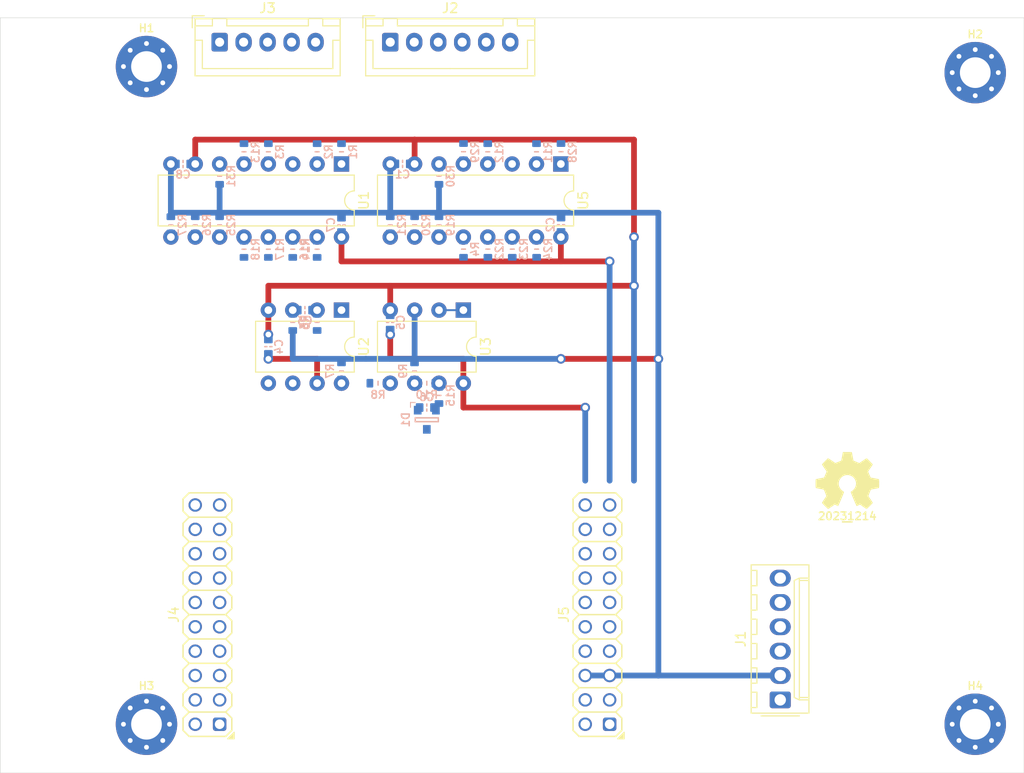
<source format=kicad_pcb>
(kicad_pcb (version 20240108) (generator "pcbnew") (generator_version "8.0")
  (layers (0 "F.Cu" mixed) (31 "B.Cu" mixed) (34 "B.Paste" user) (35 "F.Paste" user) (36 "B.SilkS" user "B.Silkscreen") (37 "F.SilkS" user "F.Silkscreen") (38 "B.Mask" user) (39 "F.Mask" user) (44 "Edge.Cuts" user))
  (net 0 "")
  (net 1 "/-5V")
  (net 2 "GND")
  (net 3 "/+3.3V")
  (net 4 "/SEN+")
  (net 5 "/SEN-")
  (net 6 "/+8V")
  (net 7 "/TC_out")
  (net 9 "/+5V")
  (net 10 "/1_LOAD")
  (net 11 "/1_HDL3")
  (net 12 "/1_COM")
  (net 13 "/1_HDL4")
  (net 14 "/1_HDL6")
  (net 15 "/1_TC")
  (net 16 "Net-(U2-OUT)")
  (net 17 "Net-(U2-OFS3)")
  (net 18 "Net-(U3--IN1)")
  (net 19 "Net-(U3--IN2)")
  (net 22 "/2_C3A")
  (net 23 "/2_Sense")
  (net 24 "/2_C1")
  (net 25 "/2_C2")
  (net 26 "/2_C3B")
  (net 27 "Net-(U1-A4)")
  (net 29 "Net-(U1-A6)")
  (net 30 "Net-(U1-A7)")
  (net 32 "Net-(U5-A6)")
  (net 33 "Net-(U5-A3)")
  (net 34 "Net-(U5-A0)")
  (net 35 "Net-(U5-A1)")
  (net 36 "Net-(U5-A2)")
  (net 39 "Net-(U5-A7)")
  (net 40 "Net-(U5-A4)")
  (net 41 "Net-(U5-A5)")
  (net 42 "/MUX0_2")
  (net 43 "/MUX0_1")
  (net 44 "/MUX0_0")
  (net 45 "Net-(U1-A5)")
  (net 46 "/MUX1_1")
  (net 47 "Net-(U1-A2)")
  (net 48 "/MUX1_2")
  (net 49 "/MUX1_0")
  (net 50 "Net-(U1-A1)")
  (net 51 "Net-(U1-A0)")
  (net 52 "Net-(U1-A3)")
  (net 53 "Net-(U3-+IN2)")
  (net 54 "Net-(U3-OUT2)")
  (net 75 "Net-(U5-!E)")
  (net 90 "Net-(U1-!E)")
  (footprint "SquantorLabels:Label_Generic" (layer "F.Cu") (at 111.125 74.82)
    (property "Reference" "N1" (hide yes))
    (property "Value" "20231214" (at 0 0 0) (layer "F.SilkS") (effects (font (size 0.8 0.8))))
  )
  (footprint "Symbol:OSHW-Symbol_6.7x6mm_SilkScreen" (layer "F.Cu") (at 111.125 71.12)
    (property "Reference" "N2" (hide yes))
    (property "Value" "OHWLOGO" (hide yes))
  )
  (footprint "SquantorPcbOutline:MountingHole_3.2mm_M3_Pad_Via" (layer "F.Cu") (at 124.46 28.575)
    (property "Reference" "H2" (at 0 -4 0) (layer "F.SilkS") (effects (font (size 0.8 0.8))))
    (property "Value" "MountingHole")
    (pad "1" thru_hole circle (at -2.4 0) (size 0.9 0.9) (drill 0.5) (layers "*.Cu" "*.Mask"))
    (pad "1" thru_hole circle (at -1.697056 -1.697056) (size 0.9 0.9) (drill 0.5) (layers "*.Cu" "*.Mask"))
    (pad "1" thru_hole circle (at -1.697056 1.697056) (size 0.9 0.9) (drill 0.5) (layers "*.Cu" "*.Mask"))
    (pad "1" thru_hole circle (at 0 -2.4) (size 0.9 0.9) (drill 0.5) (layers "*.Cu" "*.Mask"))
    (pad "1" thru_hole circle (at 0 0) (size 6.4 6.4) (drill 3.2) (layers "*.Cu" "*.Mask"))
    (pad "1" thru_hole circle (at 0 2.4) (size 0.9 0.9) (drill 0.5) (layers "*.Cu" "*.Mask"))
    (pad "1" thru_hole circle (at 1.697056 -1.697056) (size 0.9 0.9) (drill 0.5) (layers "*.Cu" "*.Mask"))
    (pad "1" thru_hole circle (at 1.697056 1.697056) (size 0.9 0.9) (drill 0.5) (layers "*.Cu" "*.Mask"))
    (pad "1" thru_hole circle (at 2.4 0) (size 0.9 0.9) (drill 0.5) (layers "*.Cu" "*.Mask"))
  )
  (footprint "Package_DIP:DIP-16_W7.62mm" (layer "F.Cu") (at 81.28 38.1 -90)
    (property "Reference" "U5" (at 3.81 -2.33 90) (layer "F.SilkS"))
    (property "Value" "74XX4051")
    (pad "1" thru_hole rect (at 0 0 270) (size 1.6 1.6) (drill 0.8) (layers "*.Cu" "*.Mask") (net 40 "Net-(U5-A4)"))
    (pad "2" thru_hole oval (at 0 2.54 270) (size 1.6 1.6) (drill 0.8) (layers "*.Cu" "*.Mask") (net 32 "Net-(U5-A6)"))
    (pad "3" thru_hole oval (at 0 5.08 270) (size 1.6 1.6) (drill 0.8) (layers "*.Cu" "*.Mask") (net 5 "/SEN-"))
    (pad "4" thru_hole oval (at 0 7.62 270) (size 1.6 1.6) (drill 0.8) (layers "*.Cu" "*.Mask") (net 39 "Net-(U5-A7)"))
    (pad "5" thru_hole oval (at 0 10.16 270) (size 1.6 1.6) (drill 0.8) (layers "*.Cu" "*.Mask") (net 41 "Net-(U5-A5)"))
    (pad "6" thru_hole oval (at 0 12.7 270) (size 1.6 1.6) (drill 0.8) (layers "*.Cu" "*.Mask") (net 75 "Net-(U5-!E)"))
    (pad "7" thru_hole oval (at 0 15.24 270) (size 1.6 1.6) (drill 0.8) (layers "*.Cu" "*.Mask") (net 1 "/-5V"))
    (pad "8" thru_hole oval (at 0 17.78 270) (size 1.6 1.6) (drill 0.8) (layers "*.Cu" "*.Mask") (net 2 "GND"))
    (pad "9" thru_hole oval (at 7.62 17.78 270) (size 1.6 1.6) (drill 0.8) (layers "*.Cu" "*.Mask") (net 42 "/MUX0_2"))
    (pad "10" thru_hole oval (at 7.62 15.24 270) (size 1.6 1.6) (drill 0.8) (layers "*.Cu" "*.Mask") (net 43 "/MUX0_1"))
    (pad "11" thru_hole oval (at 7.62 12.7 270) (size 1.6 1.6) (drill 0.8) (layers "*.Cu" "*.Mask") (net 44 "/MUX0_0"))
    (pad "12" thru_hole oval (at 7.62 10.16 270) (size 1.6 1.6) (drill 0.8) (layers "*.Cu" "*.Mask") (net 33 "Net-(U5-A3)"))
    (pad "13" thru_hole oval (at 7.62 7.62 270) (size 1.6 1.6) (drill 0.8) (layers "*.Cu" "*.Mask") (net 34 "Net-(U5-A0)"))
    (pad "14" thru_hole oval (at 7.62 5.08 270) (size 1.6 1.6) (drill 0.8) (layers "*.Cu" "*.Mask") (net 35 "Net-(U5-A1)"))
    (pad "15" thru_hole oval (at 7.62 2.54 270) (size 1.6 1.6) (drill 0.8) (layers "*.Cu" "*.Mask") (net 36 "Net-(U5-A2)"))
    (pad "16" thru_hole oval (at 7.62 0 270) (size 1.6 1.6) (drill 0.8) (layers "*.Cu" "*.Mask") (net 3 "/+3.3V"))
  )
  (footprint "SquantorPcbOutline:MountingHole_3.2mm_M3_Pad_Via" (layer "F.Cu") (at 38.1 96.52)
    (property "Reference" "H3" (at 0 -4 0) (layer "F.SilkS") (effects (font (size 0.8 0.8))))
    (property "Value" "MountingHole")
    (pad "1" thru_hole circle (at -2.4 0) (size 0.9 0.9) (drill 0.5) (layers "*.Cu" "*.Mask"))
    (pad "1" thru_hole circle (at -1.697056 -1.697056) (size 0.9 0.9) (drill 0.5) (layers "*.Cu" "*.Mask"))
    (pad "1" thru_hole circle (at -1.697056 1.697056) (size 0.9 0.9) (drill 0.5) (layers "*.Cu" "*.Mask"))
    (pad "1" thru_hole circle (at 0 -2.4) (size 0.9 0.9) (drill 0.5) (layers "*.Cu" "*.Mask"))
    (pad "1" thru_hole circle (at 0 0) (size 6.4 6.4) (drill 3.2) (layers "*.Cu" "*.Mask"))
    (pad "1" thru_hole circle (at 0 2.4) (size 0.9 0.9) (drill 0.5) (layers "*.Cu" "*.Mask"))
    (pad "1" thru_hole circle (at 1.697056 -1.697056) (size 0.9 0.9) (drill 0.5) (layers "*.Cu" "*.Mask"))
    (pad "1" thru_hole circle (at 1.697056 1.697056) (size 0.9 0.9) (drill 0.5) (layers "*.Cu" "*.Mask"))
    (pad "1" thru_hole circle (at 2.4 0) (size 0.9 0.9) (drill 0.5) (layers "*.Cu" "*.Mask"))
  )
  (footprint "Connector_Molex:Molex_KK-254_AE-6410-06A_1x06_P2.54mm_Vertical" (layer "F.Cu") (at 104.14 93.98 90)
    (property "Reference" "J1" (at 6.35 -4.12 90) (layer "F.SilkS"))
    (property "Value" "Conn_01x06")
    (pad "1" thru_hole roundrect (at 0 0 90) (size 1.74 2.19) (drill 1.19) (layers "*.Cu" "*.Mask") (roundrect_rratio 0.143678) (net 1 "/-5V"))
    (pad "2" thru_hole oval (at 2.54 0 90) (size 1.74 2.19) (drill 1.19) (layers "*.Cu" "*.Mask") (net 2 "GND"))
    (pad "3" thru_hole oval (at 5.08 0 90) (size 1.74 2.19) (drill 1.19) (layers "*.Cu" "*.Mask") (net 3 "/+3.3V"))
    (pad "4" thru_hole oval (at 7.62 0 90) (size 1.74 2.19) (drill 1.19) (layers "*.Cu" "*.Mask") (net 9 "/+5V"))
    (pad "5" thru_hole oval (at 10.16 0 90) (size 1.74 2.19) (drill 1.19) (layers "*.Cu" "*.Mask") (net 6 "/+8V"))
    (pad "6" thru_hole oval (at 12.7 0 90) (size 1.74 2.19) (drill 1.19) (layers "*.Cu" "*.Mask"))
  )
  (footprint "SquantorConnectors:Header-0254-2X10-H010" (layer "F.Cu") (at 44.45 85.09 90)
    (property "Reference" "J4" (at 0 -3.5 90) (layer "F.SilkS"))
    (property "Value" "nuclone_left")
    (pad "1" thru_hole roundrect (at -11.43 1.27 90) (size 1.4 1.4) (drill 1) (layers "*.Cu" "*.Mask") (roundrect_rratio 0.2))
    (pad "2" thru_hole circle (at -11.43 -1.27 90) (size 1.4 1.4) (drill 1) (layers "*.Cu" "*.Mask"))
    (pad "3" thru_hole circle (at -8.89 1.27 90) (size 1.4 1.4) (drill 1) (layers "*.Cu" "*.Mask"))
    (pad "4" thru_hole circle (at -8.89 -1.27 90) (size 1.4 1.4) (drill 1) (layers "*.Cu" "*.Mask"))
    (pad "5" thru_hole circle (at -6.35 1.27 90) (size 1.4 1.4) (drill 1) (layers "*.Cu" "*.Mask"))
    (pad "6" thru_hole circle (at -6.35 -1.27 90) (size 1.4 1.4) (drill 1) (layers "*.Cu" "*.Mask"))
    (pad "7" thru_hole circle (at -3.81 1.27 90) (size 1.4 1.4) (drill 1) (layers "*.Cu" "*.Mask"))
    (pad "8" thru_hole circle (at -3.81 -1.27 90) (size 1.4 1.4) (drill 1) (layers "*.Cu" "*.Mask"))
    (pad "9" thru_hole circle (at -1.27 1.27 90) (size 1.4 1.4) (drill 1) (layers "*.Cu" "*.Mask"))
    (pad "10" thru_hole circle (at -1.27 -1.27 90) (size 1.4 1.4) (drill 1) (layers "*.Cu" "*.Mask"))
    (pad "11" thru_hole circle (at 1.27 1.27 90) (size 1.4 1.4) (drill 1) (layers "*.Cu" "*.Mask"))
    (pad "12" thru_hole circle (at 1.27 -1.27 90) (size 1.4 1.4) (drill 1) (layers "*.Cu" "*.Mask"))
    (pad "13" thru_hole circle (at 3.81 1.27 90) (size 1.4 1.4) (drill 1) (layers "*.Cu" "*.Mask"))
    (pad "14" thru_hole circle (at 3.81 -1.27 90) (size 1.4 1.4) (drill 1) (layers "*.Cu" "*.Mask"))
    (pad "15" thru_hole circle (at 6.35 1.27 90) (size 1.4 1.4) (drill 1) (layers "*.Cu" "*.Mask"))
    (pad "16" thru_hole circle (at 6.35 -1.27 90) (size 1.4 1.4) (drill 1) (layers "*.Cu" "*.Mask"))
    (pad "17" thru_hole circle (at 8.89 1.27 90) (size 1.4 1.4) (drill 1) (layers "*.Cu" "*.Mask"))
    (pad "18" thru_hole circle (at 8.89 -1.27 90) (size 1.4 1.4) (drill 1) (layers "*.Cu" "*.Mask"))
    (pad "19" thru_hole circle (at 11.43 1.27 90) (size 1.4 1.4) (drill 1) (layers "*.Cu" "*.Mask"))
    (pad "20" thru_hole circle (at 11.43 -1.27 90) (size 1.4 1.4) (drill 1) (layers "*.Cu" "*.Mask"))
  )
  (footprint "SquantorPcbOutline:MountingHole_3.2mm_M3_Pad_Via" (layer "F.Cu") (at 38.1 27.94)
    (property "Reference" "H1" (at 0 -4 0) (layer "F.SilkS") (effects (font (size 0.8 0.8))))
    (property "Value" "MountingHole")
    (pad "1" thru_hole circle (at -2.4 0) (size 0.9 0.9) (drill 0.5) (layers "*.Cu" "*.Mask"))
    (pad "1" thru_hole circle (at -1.697056 -1.697056) (size 0.9 0.9) (drill 0.5) (layers "*.Cu" "*.Mask"))
    (pad "1" thru_hole circle (at -1.697056 1.697056) (size 0.9 0.9) (drill 0.5) (layers "*.Cu" "*.Mask"))
    (pad "1" thru_hole circle (at 0 -2.4) (size 0.9 0.9) (drill 0.5) (layers "*.Cu" "*.Mask"))
    (pad "1" thru_hole circle (at 0 0) (size 6.4 6.4) (drill 3.2) (layers "*.Cu" "*.Mask"))
    (pad "1" thru_hole circle (at 0 2.4) (size 0.9 0.9) (drill 0.5) (layers "*.Cu" "*.Mask"))
    (pad "1" thru_hole circle (at 1.697056 -1.697056) (size 0.9 0.9) (drill 0.5) (layers "*.Cu" "*.Mask"))
    (pad "1" thru_hole circle (at 1.697056 1.697056) (size 0.9 0.9) (drill 0.5) (layers "*.Cu" "*.Mask"))
    (pad "1" thru_hole circle (at 2.4 0) (size 0.9 0.9) (drill 0.5) (layers "*.Cu" "*.Mask"))
  )
  (footprint "SquantorConnectors:Header-0254-2X10-H010" (layer "F.Cu") (at 85.09 85.09 90)
    (property "Reference" "J5" (at 0 -3.5 90) (layer "F.SilkS"))
    (property "Value" "nuclone_right")
    (pad "1" thru_hole roundrect (at -11.43 1.27 90) (size 1.4 1.4) (drill 1) (layers "*.Cu" "*.Mask") (roundrect_rratio 0.2))
    (pad "2" thru_hole circle (at -11.43 -1.27 90) (size 1.4 1.4) (drill 1) (layers "*.Cu" "*.Mask"))
    (pad "3" thru_hole circle (at -8.89 1.27 90) (size 1.4 1.4) (drill 1) (layers "*.Cu" "*.Mask"))
    (pad "4" thru_hole circle (at -8.89 -1.27 90) (size 1.4 1.4) (drill 1) (layers "*.Cu" "*.Mask"))
    (pad "5" thru_hole circle (at -6.35 1.27 90) (size 1.4 1.4) (drill 1) (layers "*.Cu" "*.Mask") (net 2 "GND"))
    (pad "6" thru_hole circle (at -6.35 -1.27 90) (size 1.4 1.4) (drill 1) (layers "*.Cu" "*.Mask") (net 2 "GND"))
    (pad "7" thru_hole circle (at -3.81 1.27 90) (size 1.4 1.4) (drill 1) (layers "*.Cu" "*.Mask"))
    (pad "8" thru_hole circle (at -3.81 -1.27 90) (size 1.4 1.4) (drill 1) (layers "*.Cu" "*.Mask"))
    (pad "9" thru_hole circle (at -1.27 1.27 90) (size 1.4 1.4) (drill 1) (layers "*.Cu" "*.Mask"))
    (pad "10" thru_hole circle (at -1.27 -1.27 90) (size 1.4 1.4) (drill 1) (layers "*.Cu" "*.Mask"))
    (pad "11" thru_hole circle (at 1.27 1.27 90) (size 1.4 1.4) (drill 1) (layers "*.Cu" "*.Mask"))
    (pad "12" thru_hole circle (at 1.27 -1.27 90) (size 1.4 1.4) (drill 1) (layers "*.Cu" "*.Mask"))
    (pad "13" thru_hole circle (at 3.81 1.27 90) (size 1.4 1.4) (drill 1) (layers "*.Cu" "*.Mask"))
    (pad "14" thru_hole circle (at 3.81 -1.27 90) (size 1.4 1.4) (drill 1) (layers "*.Cu" "*.Mask"))
    (pad "15" thru_hole circle (at 6.35 1.27 90) (size 1.4 1.4) (drill 1) (layers "*.Cu" "*.Mask"))
    (pad "16" thru_hole circle (at 6.35 -1.27 90) (size 1.4 1.4) (drill 1) (layers "*.Cu" "*.Mask"))
    (pad "17" thru_hole circle (at 8.89 1.27 90) (size 1.4 1.4) (drill 1) (layers "*.Cu" "*.Mask"))
    (pad "18" thru_hole circle (at 8.89 -1.27 90) (size 1.4 1.4) (drill 1) (layers "*.Cu" "*.Mask"))
    (pad "19" thru_hole circle (at 11.43 1.27 90) (size 1.4 1.4) (drill 1) (layers "*.Cu" "*.Mask"))
    (pad "20" thru_hole circle (at 11.43 -1.27 90) (size 1.4 1.4) (drill 1) (layers "*.Cu" "*.Mask"))
  )
  (footprint "SquantorPcbOutline:MountingHole_3.2mm_M3_Pad_Via" (layer "F.Cu") (at 124.46 96.52)
    (property "Reference" "H4" (at 0 -4 0) (layer "F.SilkS") (effects (font (size 0.8 0.8))))
    (property "Value" "MountingHole")
    (pad "1" thru_hole circle (at -2.4 0) (size 0.9 0.9) (drill 0.5) (layers "*.Cu" "*.Mask"))
    (pad "1" thru_hole circle (at -1.697056 -1.697056) (size 0.9 0.9) (drill 0.5) (layers "*.Cu" "*.Mask"))
    (pad "1" thru_hole circle (at -1.697056 1.697056) (size 0.9 0.9) (drill 0.5) (layers "*.Cu" "*.Mask"))
    (pad "1" thru_hole circle (at 0 -2.4) (size 0.9 0.9) (drill 0.5) (layers "*.Cu" "*.Mask"))
    (pad "1" thru_hole circle (at 0 0) (size 6.4 6.4) (drill 3.2) (layers "*.Cu" "*.Mask"))
    (pad "1" thru_hole circle (at 0 2.4) (size 0.9 0.9) (drill 0.5) (layers "*.Cu" "*.Mask"))
    (pad "1" thru_hole circle (at 1.697056 -1.697056) (size 0.9 0.9) (drill 0.5) (layers "*.Cu" "*.Mask"))
    (pad "1" thru_hole circle (at 1.697056 1.697056) (size 0.9 0.9) (drill 0.5) (layers "*.Cu" "*.Mask"))
    (pad "1" thru_hole circle (at 2.4 0) (size 0.9 0.9) (drill 0.5) (layers "*.Cu" "*.Mask"))
  )
  (footprint "Package_DIP:DIP-8_W7.62mm" (layer "F.Cu") (at 71.12 53.34 -90)
    (property "Reference" "U3" (at 3.81 -2.33 90) (layer "F.SilkS"))
    (property "Value" "LM358")
    (pad "1" thru_hole rect (at 0 0 270) (size 1.6 1.6) (drill 0.8) (layers "*.Cu" "*.Mask") (net 18 "Net-(U3--IN1)"))
    (pad "2" thru_hole oval (at 0 2.54 270) (size 1.6 1.6) (drill 0.8) (layers "*.Cu" "*.Mask") (net 18 "Net-(U3--IN1)"))
    (pad "3" thru_hole oval (at 0 5.08 270) (size 1.6 1.6) (drill 0.8) (layers "*.Cu" "*.Mask") (net 2 "GND"))
    (pad "4" thru_hole oval (at 0 7.62 270) (size 1.6 1.6) (drill 0.8) (layers "*.Cu" "*.Mask") (net 1 "/-5V"))
    (pad "5" thru_hole oval (at 7.62 7.62 270) (size 1.6 1.6) (drill 0.8) (layers "*.Cu" "*.Mask") (net 53 "Net-(U3-+IN2)"))
    (pad "6" thru_hole oval (at 7.62 5.08 270) (size 1.6 1.6) (drill 0.8) (layers "*.Cu" "*.Mask") (net 19 "Net-(U3--IN2)"))
    (pad "7" thru_hole oval (at 7.62 2.54 270) (size 1.6 1.6) (drill 0.8) (layers "*.Cu" "*.Mask") (net 54 "Net-(U3-OUT2)"))
    (pad "8" thru_hole oval (at 7.62 0 270) (size 1.6 1.6) (drill 0.8) (layers "*.Cu" "*.Mask") (net 6 "/+8V"))
  )
  (footprint "Package_DIP:DIP-8_W7.62mm" (layer "F.Cu") (at 58.42 53.34 -90)
    (property "Reference" "U2" (at 3.81 -2.33 90) (layer "F.SilkS"))
    (property "Value" "OP07C")
    (pad "1" thru_hole rect (at 0 0 270) (size 1.6 1.6) (drill 0.8) (layers "*.Cu" "*.Mask"))
    (pad "2" thru_hole oval (at 0 2.54 270) (size 1.6 1.6) (drill 0.8) (layers "*.Cu" "*.Mask") (net 5 "/SEN-"))
    (pad "3" thru_hole oval (at 0 5.08 270) (size 1.6 1.6) (drill 0.8) (layers "*.Cu" "*.Mask") (net 4 "/SEN+"))
    (pad "4" thru_hole oval (at 0 7.62 270) (size 1.6 1.6) (drill 0.8) (layers "*.Cu" "*.Mask") (net 1 "/-5V"))
    (pad "5" thru_hole oval (at 7.62 7.62 270) (size 1.6 1.6) (drill 0.8) (layers "*.Cu" "*.Mask"))
    (pad "6" thru_hole oval (at 7.62 5.08 270) (size 1.6 1.6) (drill 0.8) (layers "*.Cu" "*.Mask") (net 16 "Net-(U2-OUT)"))
    (pad "7" thru_hole oval (at 7.62 2.54 270) (size 1.6 1.6) (drill 0.8) (layers "*.Cu" "*.Mask") (net 6 "/+8V"))
    (pad "8" thru_hole oval (at 7.62 0 270) (size 1.6 1.6) (drill 0.8) (layers "*.Cu" "*.Mask") (net 17 "Net-(U2-OFS3)"))
  )
  (footprint "Package_DIP:DIP-16_W7.62mm" (layer "F.Cu") (at 58.42 38.1 -90)
    (property "Reference" "U1" (at 3.81 -2.33 90) (layer "F.SilkS"))
    (property "Value" "74XX4051")
    (pad "1" thru_hole rect (at 0 0 270) (size 1.6 1.6) (drill 0.8) (layers "*.Cu" "*.Mask") (net 27 "Net-(U1-A4)"))
    (pad "2" thru_hole oval (at 0 2.54 270) (size 1.6 1.6) (drill 0.8) (layers "*.Cu" "*.Mask") (net 29 "Net-(U1-A6)"))
    (pad "3" thru_hole oval (at 0 5.08 270) (size 1.6 1.6) (drill 0.8) (layers "*.Cu" "*.Mask") (net 4 "/SEN+"))
    (pad "4" thru_hole oval (at 0 7.62 270) (size 1.6 1.6) (drill 0.8) (layers "*.Cu" "*.Mask") (net 30 "Net-(U1-A7)"))
    (pad "5" thru_hole oval (at 0 10.16 270) (size 1.6 1.6) (drill 0.8) (layers "*.Cu" "*.Mask") (net 45 "Net-(U1-A5)"))
    (pad "6" thru_hole oval (at 0 12.7 270) (size 1.6 1.6) (drill 0.8) (layers "*.Cu" "*.Mask") (net 90 "Net-(U1-!E)"))
    (pad "7" thru_hole oval (at 0 15.24 270) (size 1.6 1.6) (drill 0.8) (layers "*.Cu" "*.Mask") (net 1 "/-5V"))
    (pad "8" thru_hole oval (at 0 17.78 270) (size 1.6 1.6) (drill 0.8) (layers "*.Cu" "*.Mask") (net 2 "GND"))
    (pad "9" thru_hole oval (at 7.62 17.78 270) (size 1.6 1.6) (drill 0.8) (layers "*.Cu" "*.Mask") (net 48 "/MUX1_2"))
    (pad "10" thru_hole oval (at 7.62 15.24 270) (size 1.6 1.6) (drill 0.8) (layers "*.Cu" "*.Mask") (net 46 "/MUX1_1"))
    (pad "11" thru_hole oval (at 7.62 12.7 270) (size 1.6 1.6) (drill 0.8) (layers "*.Cu" "*.Mask") (net 49 "/MUX1_0"))
    (pad "12" thru_hole oval (at 7.62 10.16 270) (size 1.6 1.6) (drill 0.8) (layers "*.Cu" "*.Mask") (net 52 "Net-(U1-A3)"))
    (pad "13" thru_hole oval (at 7.62 7.62 270) (size 1.6 1.6) (drill 0.8) (layers "*.Cu" "*.Mask") (net 51 "Net-(U1-A0)"))
    (pad "14" thru_hole oval (at 7.62 5.08 270) (size 1.6 1.6) (drill 0.8) (layers "*.Cu" "*.Mask") (net 50 "Net-(U1-A1)"))
    (pad "15" thru_hole oval (at 7.62 2.54 270) (size 1.6 1.6) (drill 0.8) (layers "*.Cu" "*.Mask") (net 47 "Net-(U1-A2)"))
    (pad "16" thru_hole oval (at 7.62 0 270) (size 1.6 1.6) (drill 0.8) (layers "*.Cu" "*.Mask") (net 3 "/+3.3V"))
  )
  (footprint "Connector_JST:JST_XH_B5B-XH-A_1x05_P2.50mm_Vertical" (layer "F.Cu") (at 45.72 25.4)
    (property "Reference" "J3" (at 5 -3.55 0) (layer "F.SilkS"))
    (property "Value" "Conn_01x05")
    (pad "1" thru_hole roundrect (at 0 0) (size 1.7 1.95) (drill 0.95) (layers "*.Cu" "*.Mask") (roundrect_rratio 0.147059) (net 24 "/2_C1"))
    (pad "2" thru_hole oval (at 2.5 0) (size 1.7 1.95) (drill 0.95) (layers "*.Cu" "*.Mask") (net 26 "/2_C3B"))
    (pad "3" thru_hole oval (at 5 0) (size 1.7 1.95) (drill 0.95) (layers "*.Cu" "*.Mask") (net 25 "/2_C2"))
    (pad "4" thru_hole oval (at 7.5 0) (size 1.7 1.95) (drill 0.95) (layers "*.Cu" "*.Mask") (net 22 "/2_C3A"))
    (pad "5" thru_hole oval (at 10 0) (size 1.7 1.95) (drill 0.95) (layers "*.Cu" "*.Mask") (net 23 "/2_Sense"))
  )
  (footprint "Connector_JST:JST_XH_B6B-XH-A_1x06_P2.50mm_Vertical" (layer "F.Cu") (at 63.5 25.4)
    (property "Reference" "J2" (at 6.25 -3.55 0) (layer "F.SilkS"))
    (property "Value" "Conn_01x06")
    (pad "1" thru_hole roundrect (at 0 0) (size 1.7 1.95) (drill 0.95) (layers "*.Cu" "*.Mask") (roundrect_rratio 0.147059) (net 15 "/1_TC"))
    (pad "2" thru_hole oval (at 2.5 0) (size 1.7 1.95) (drill 0.95) (layers "*.Cu" "*.Mask") (net 12 "/1_COM"))
    (pad "3" thru_hole oval (at 5 0) (size 1.7 1.95) (drill 0.95) (layers "*.Cu" "*.Mask") (net 11 "/1_HDL3"))
    (pad "4" thru_hole oval (at 7.5 0) (size 1.7 1.95) (drill 0.95) (layers "*.Cu" "*.Mask") (net 13 "/1_HDL4"))
    (pad "5" thru_hole oval (at 10 0) (size 1.7 1.95) (drill 0.95) (layers "*.Cu" "*.Mask") (net 10 "/1_LOAD"))
    (pad "6" thru_hole oval (at 12.5 0) (size 1.7 1.95) (drill 0.95) (layers "*.Cu" "*.Mask") (net 14 "/1_HDL6"))
  )
  (footprint "SquantorCapacitor:C_0603" (layer "B.Cu") (at 50.8 57.15 90)
    (property "Reference" "C4" (at 0 1.1 90) (layer "B.SilkS") (effects (font (size 0.8 0.8)) (justify mirror)))
    (property "Value" "1u")
    (pad "1" smd roundrect (at -0.75 0 90) (size 0.8 0.9) (layers "B.Cu" "B.Paste" "B.Mask") (roundrect_rratio 0.125) (net 6 "/+8V"))
    (pad "2" smd roundrect (at 0.75 0 90) (size 0.8 0.9) (layers "B.Cu" "B.Paste" "B.Mask") (roundrect_rratio 0.125) (net 1 "/-5V"))
  )
  (footprint "SquantorResistor:R_0603_hand" (layer "B.Cu") (at 81.295 36.82 90)
    (property "Reference" "R28" (at 0 1.2 90) (layer "B.SilkS") (effects (font (size 0.8 0.8)) (justify mirror)))
    (property "Value" "22K6")
    (pad "1" smd roundrect (at -0.85 0 90) (size 0.7 0.9) (layers "B.Cu" "B.Paste" "B.Mask") (roundrect_rratio 0.1428571429) (net 40 "Net-(U5-A4)"))
    (pad "2" smd roundrect (at 0.85 0 90) (size 0.7 0.9) (layers "B.Cu" "B.Paste" "B.Mask") (roundrect_rratio 0.1428571429) (net 25 "/2_C2"))
  )
  (footprint "SquantorResistor:R_0603_hand" (layer "B.Cu") (at 71.135 46.98 90)
    (property "Reference" "R4" (at 0 1.2 90) (layer "B.SilkS") (effects (font (size 0.8 0.8)) (justify mirror)))
    (property "Value" "22K6")
    (pad "1" smd roundrect (at -0.85 0 90) (size 0.7 0.9) (layers "B.Cu" "B.Paste" "B.Mask") (roundrect_rratio 0.1428571429) (net 26 "/2_C3B"))
    (pad "2" smd roundrect (at 0.85 0 90) (size 0.7 0.9) (layers "B.Cu" "B.Paste" "B.Mask") (roundrect_rratio 0.1428571429) (net 33 "Net-(U5-A3)"))
  )
  (footprint "SquantorResistor:R_0603_hand" (layer "B.Cu") (at 55.88 46.99 -90)
    (property "Reference" "R14" (at 0 1.2 90) (layer "B.SilkS") (effects (font (size 0.8 0.8)) (justify mirror)))
    (property "Value" "22K6")
    (pad "1" smd roundrect (at -0.85 0 270) (size 0.7 0.9) (layers "B.Cu" "B.Paste" "B.Mask") (roundrect_rratio 0.1428571429) (net 24 "/2_C1"))
    (pad "2" smd roundrect (at 0.85 0 270) (size 0.7 0.9) (layers "B.Cu" "B.Paste" "B.Mask") (roundrect_rratio 0.1428571429) (net 47 "Net-(U1-A2)"))
  )
  (footprint "SquantorResistor:R_0603_hand" (layer "B.Cu") (at 48.26 46.99 90)
    (property "Reference" "R18" (at 0 1.2 90) (layer "B.SilkS") (effects (font (size 0.8 0.8)) (justify mirror)))
    (property "Value" "22K6")
    (pad "1" smd roundrect (at -0.85 0 90) (size 0.7 0.9) (layers "B.Cu" "B.Paste" "B.Mask") (roundrect_rratio 0.1428571429) (net 26 "/2_C3B"))
    (pad "2" smd roundrect (at 0.85 0 90) (size 0.7 0.9) (layers "B.Cu" "B.Paste" "B.Mask") (roundrect_rratio 0.1428571429) (net 52 "Net-(U1-A3)"))
  )
  (footprint "SquantorResistor:R_0603_hand" (layer "B.Cu") (at 55.88 54.61 -90)
    (property "Reference" "R6" (at 0 1.2 90) (layer "B.SilkS") (effects (font (size 0.8 0.8)) (justify mirror)))
    (property "Value" "590K")
    (pad "1" smd roundrect (at -0.85 0 270) (size 0.7 0.9) (layers "B.Cu" "B.Paste" "B.Mask") (roundrect_rratio 0.1428571429) (net 5 "/SEN-"))
    (pad "2" smd roundrect (at 0.85 0 270) (size 0.7 0.9) (layers "B.Cu" "B.Paste" "B.Mask") (roundrect_rratio 0.1428571429) (net 16 "Net-(U2-OUT)"))
  )
  (footprint "SquantorCapacitor:C_0603" (layer "B.Cu") (at 41.91 38.1)
    (property "Reference" "C8" (at 0 1.1 0) (layer "B.SilkS") (effects (font (size 0.8 0.8)) (justify mirror)))
    (property "Value" "1u")
    (pad "1" smd roundrect (at -0.75 0) (size 0.8 0.9) (layers "B.Cu" "B.Paste" "B.Mask") (roundrect_rratio 0.125) (net 2 "GND"))
    (pad "2" smd roundrect (at 0.75 0) (size 0.8 0.9) (layers "B.Cu" "B.Paste" "B.Mask") (roundrect_rratio 0.125) (net 1 "/-5V"))
  )
  (footprint "SquantorResistor:R_0603_hand" (layer "B.Cu") (at 68.58 39.37 90)
    (property "Reference" "R30" (at 0 1.2 90) (layer "B.SilkS") (effects (font (size 0.8 0.8)) (justify mirror)))
    (property "Value" "47K")
    (pad "1" smd roundrect (at -0.85 0 90) (size 0.7 0.9) (layers "B.Cu" "B.Paste" "B.Mask") (roundrect_rratio 0.1428571429) (net 2 "GND"))
    (pad "2" smd roundrect (at 0.85 0 90) (size 0.7 0.9) (layers "B.Cu" "B.Paste" "B.Mask") (roundrect_rratio 0.1428571429) (net 75 "Net-(U5-!E)"))
  )
  (footprint "SquantorResistor:R_0603_hand" (layer "B.Cu") (at 50.8 46.99 90)
    (property "Reference" "R17" (at 0 1.2 90) (layer "B.SilkS") (effects (font (size 0.8 0.8)) (justify mirror)))
    (property "Value" "22K6")
    (pad "1" smd roundrect (at -0.85 0 90) (size 0.7 0.9) (layers "B.Cu" "B.Paste" "B.Mask") (roundrect_rratio 0.1428571429) (net 12 "/1_COM"))
    (pad "2" smd roundrect (at 0.85 0 90) (size 0.7 0.9) (layers "B.Cu" "B.Paste" "B.Mask") (roundrect_rratio 0.1428571429) (net 51 "Net-(U1-A0)"))
  )
  (footprint "SquantorResistor:R_0603_hand" (layer "B.Cu") (at 66.04 44.45 90)
    (property "Reference" "R20" (at 0 1.2 90) (layer "B.SilkS") (effects (font (size 0.8 0.8)) (justify mirror)))
    (property "Value" "47K")
    (pad "1" smd roundrect (at -0.85 0 90) (size 0.7 0.9) (layers "B.Cu" "B.Paste" "B.Mask") (roundrect_rratio 0.1428571429) (net 43 "/MUX0_1"))
    (pad "2" smd roundrect (at 0.85 0 90) (size 0.7 0.9) (layers "B.Cu" "B.Paste" "B.Mask") (roundrect_rratio 0.1428571429) (net 2 "GND"))
  )
  (footprint "SquantorResistor:R_0603_hand" (layer "B.Cu") (at 62.23 60.96)
    (property "Reference" "R8" (at 0 1.2 0) (layer "B.SilkS") (effects (font (size 0.8 0.8)) (justify mirror)))
    (property "Value" "2K7")
    (pad "1" smd roundrect (at -0.85 0) (size 0.7 0.9) (layers "B.Cu" "B.Paste" "B.Mask") (roundrect_rratio 0.1428571429) (net 16 "Net-(U2-OUT)"))
    (pad "2" smd roundrect (at 0.85 0) (size 0.7 0.9) (layers "B.Cu" "B.Paste" "B.Mask") (roundrect_rratio 0.1428571429) (net 53 "Net-(U3-+IN2)"))
  )
  (footprint "SquantorCapacitor:C_0603" (layer "B.Cu") (at 81.295 44.44 -90)
    (property "Reference" "C2" (at 0 1.1 90) (layer "B.SilkS") (effects (font (size 0.8 0.8)) (justify mirror)))
    (property "Value" "1u")
    (pad "1" smd roundrect (at -0.75 0 270) (size 0.8 0.9) (layers "B.Cu" "B.Paste" "B.Mask") (roundrect_rratio 0.125) (net 2 "GND"))
    (pad "2" smd roundrect (at 0.75 0 270) (size 0.8 0.9) (layers "B.Cu" "B.Paste" "B.Mask") (roundrect_rratio 0.125) (net 3 "/+3.3V"))
  )
  (footprint "SquantorResistor:R_0603_hand" (layer "B.Cu") (at 78.755 46.98 90)
    (property "Reference" "R24" (at 0 1.2 90) (layer "B.SilkS") (effects (font (size 0.8 0.8)) (justify mirror)))
    (property "Value" "22K6")
    (pad "1" smd roundrect (at -0.85 0 90) (size 0.7 0.9) (layers "B.Cu" "B.Paste" "B.Mask") (roundrect_rratio 0.1428571429) (net 24 "/2_C1"))
    (pad "2" smd roundrect (at 0.85 0 90) (size 0.7 0.9) (layers "B.Cu" "B.Paste" "B.Mask") (roundrect_rratio 0.1428571429) (net 36 "Net-(U5-A2)"))
  )
  (footprint "SquantorResistor:R_0603_hand" (layer "B.Cu") (at 58.42 36.83 90)
    (property "Reference" "R1" (at 0 1.2 90) (layer "B.SilkS") (effects (font (size 0.8 0.8)) (justify mirror)))
    (property "Value" "22K6")
    (pad "1" smd roundrect (at -0.85 0 90) (size 0.7 0.9) (layers "B.Cu" "B.Paste" "B.Mask") (roundrect_rratio 0.1428571429) (net 27 "Net-(U1-A4)"))
    (pad "2" smd roundrect (at 0.85 0 90) (size 0.7 0.9) (layers "B.Cu" "B.Paste" "B.Mask") (roundrect_rratio 0.1428571429) (net 25 "/2_C2"))
  )
  (footprint "SquantorResistor:R_0603_hand" (layer "B.Cu") (at 43.18 44.45 90)
    (property "Reference" "R26" (at 0 1.2 90) (layer "B.SilkS") (effects (font (size 0.8 0.8)) (justify mirror)))
    (property "Value" "47K")
    (pad "1" smd roundrect (at -0.85 0 90) (size 0.7 0.9) (layers "B.Cu" "B.Paste" "B.Mask") (roundrect_rratio 0.1428571429) (net 46 "/MUX1_1"))
    (pad "2" smd roundrect (at 0.85 0 90) (size 0.7 0.9) (layers "B.Cu" "B.Paste" "B.Mask") (roundrect_rratio 0.1428571429) (net 2 "GND"))
  )
  (footprint "SquantorCapacitor:C_0603" (layer "B.Cu") (at 64.785 38.09)
    (property "Reference" "C1" (at 0 1.1 0) (layer "B.SilkS") (effects (font (size 0.8 0.8)) (justify mirror)))
    (property "Value" "1u")
    (pad "1" smd roundrect (at -0.75 0) (size 0.8 0.9) (layers "B.Cu" "B.Paste" "B.Mask") (roundrect_rratio 0.125) (net 2 "GND"))
    (pad "2" smd roundrect (at 0.75 0) (size 0.8 0.9) (layers "B.Cu" "B.Paste" "B.Mask") (roundrect_rratio 0.125) (net 1 "/-5V"))
  )
  (footprint "SquantorCapacitor:C_0603" (layer "B.Cu") (at 67.31 63.5 180)
    (property "Reference" "C6" (at 0 1.1 0) (layer "B.SilkS") (effects (font (size 0.8 0.8)) (justify mirror)))
    (property "Value" "1u")
    (pad "1" smd roundrect (at -0.75 0 180) (size 0.8 0.9) (layers "B.Cu" "B.Paste" "B.Mask") (roundrect_rratio 0.125) (net 7 "/TC_out"))
    (pad "2" smd roundrect (at 0.75 0 180) (size 0.8 0.9) (layers "B.Cu" "B.Paste" "B.Mask") (roundrect_rratio 0.125) (net 2 "GND"))
  )
  (footprint "SquantorResistor:R_0603_hand" (layer "B.Cu") (at 68.58 62.23 90)
    (property "Reference" "R15" (at 0 1.2 90) (layer "B.SilkS") (effects (font (size 0.8 0.8)) (justify mirror)))
    (property "Value" "2K2")
    (pad "1" smd roundrect (at -0.85 0 90) (size 0.7 0.9) (layers "B.Cu" "B.Paste" "B.Mask") (roundrect_rratio 0.1428571429) (net 7 "/TC_out"))
    (pad "2" smd roundrect (at 0.85 0 90) (size 0.7 0.9) (layers "B.Cu" "B.Paste" "B.Mask") (roundrect_rratio 0.1428571429) (net 54 "Net-(U3-OUT2)"))
  )
  (footprint "SquantorCapacitor:C_0603" (layer "B.Cu") (at 63.49 54.62 90)
    (property "Reference" "C5" (at 0 1.1 90) (layer "B.SilkS") (effects (font (size 0.8 0.8)) (justify mirror)))
    (property "Value" "1u")
    (pad "1" smd roundrect (at -0.75 0 90) (size 0.8 0.9) (layers "B.Cu" "B.Paste" "B.Mask") (roundrect_rratio 0.125) (net 6 "/+8V"))
    (pad "2" smd roundrect (at 0.75 0 90) (size 0.8 0.9) (layers "B.Cu" "B.Paste" "B.Mask") (roundrect_rratio 0.125) (net 1 "/-5V"))
  )
  (footprint "SquantorResistor:R_0603_hand" (layer "B.Cu") (at 67.31 60.96)
    (property "Reference" "R10" (at 0 1.2 0) (layer "B.SilkS") (effects (font (size 0.8 0.8)) (justify mirror)))
    (property "Value" "22K6")
    (pad "1" smd roundrect (at -0.85 0) (size 0.7 0.9) (layers "B.Cu" "B.Paste" "B.Mask") (roundrect_rratio 0.1428571429) (net 19 "Net-(U3--IN2)"))
    (pad "2" smd roundrect (at 0.85 0) (size 0.7 0.9) (layers "B.Cu" "B.Paste" "B.Mask") (roundrect_rratio 0.1428571429) (net 54 "Net-(U3-OUT2)"))
  )
  (footprint "SquantorResistor:R_0603_hand" (layer "B.Cu") (at 78.74 36.83 90)
    (property "Reference" "R11" (at 0 1.2 90) (layer "B.SilkS") (effects (font (size 0.8 0.8)) (justify mirror)))
    (property "Value" "22K6")
    (pad "1" smd roundrect (at -0.85 0 90) (size 0.7 0.9) (layers "B.Cu" "B.Paste" "B.Mask") (roundrect_rratio 0.1428571429) (net 32 "Net-(U5-A6)"))
    (pad "2" smd roundrect (at 0.85 0 90) (size 0.7 0.9) (layers "B.Cu" "B.Paste" "B.Mask") (roundrect_rratio 0.1428571429))
  )
  (footprint "SquantorResistor:R_0603_hand" (layer "B.Cu") (at 58.42 59.69 -90)
    (property "Reference" "R7" (at 0 1.2 90) (layer "B.SilkS") (effects (font (size 0.8 0.8)) (justify mirror)))
    (property "Value" "82K")
    (pad "1" smd roundrect (at -0.85 0 270) (size 0.7 0.9) (layers "B.Cu" "B.Paste" "B.Mask") (roundrect_rratio 0.1428571429) (net 2 "GND"))
    (pad "2" smd roundrect (at 0.85 0 270) (size 0.7 0.9) (layers "B.Cu" "B.Paste" "B.Mask") (roundrect_rratio 0.1428571429) (net 17 "Net-(U2-OFS3)"))
  )
  (footprint "SquantorResistor:R_0603_hand" (layer "B.Cu") (at 45.72 44.45 90)
    (property "Reference" "R25" (at 0 1.2 90) (layer "B.SilkS") (effects (font (size 0.8 0.8)) (justify mirror)))
    (property "Value" "47K")
    (pad "1" smd roundrect (at -0.85 0 90) (size 0.7 0.9) (layers "B.Cu" "B.Paste" "B.Mask") (roundrect_rratio 0.1428571429) (net 49 "/MUX1_0"))
    (pad "2" smd roundrect (at 0.85 0 90) (size 0.7 0.9) (layers "B.Cu" "B.Paste" "B.Mask") (roundrect_rratio 0.1428571429) (net 2 "GND"))
  )
  (footprint "SquantorResistor:R_0603_hand" (layer "B.Cu") (at 53.34 46.99 90)
    (property "Reference" "R16" (at 0 1.2 90) (layer "B.SilkS") (effects (font (size 0.8 0.8)) (justify mirror)))
    (property "Value" "22K6")
    (pad "1" smd roundrect (at -0.85 0 90) (size 0.7 0.9) (layers "B.Cu" "B.Paste" "B.Mask") (roundrect_rratio 0.1428571429) (net 15 "/1_TC"))
    (pad "2" smd roundrect (at 0.85 0 90) (size 0.7 0.9) (layers "B.Cu" "B.Paste" "B.Mask") (roundrect_rratio 0.1428571429) (net 50 "Net-(U1-A1)"))
  )
  (footprint "SquantorCapacitor:C_0603" (layer "B.Cu") (at 54.61 53.34)
    (property "Reference" "C3" (at 0 1.1 0) (layer "B.SilkS") (effects (font (size 0.8 0.8)) (justify mirror)))
    (property "Value" "1u")
    (pad "1" smd roundrect (at -0.75 0) (size 0.8 0.9) (layers "B.Cu" "B.Paste" "B.Mask") (roundrect_rratio 0.125) (net 4 "/SEN+"))
    (pad "2" smd roundrect (at 0.75 0) (size 0.8 0.9) (layers "B.Cu" "B.Paste" "B.Mask") (roundrect_rratio 0.125) (net 5 "/SEN-"))
  )
  (footprint "SquantorResistor:R_0603_hand" (layer "B.Cu") (at 53.34 54.61 90)
    (property "Reference" "R5" (at 0 1.2 90) (layer "B.SilkS") (effects (font (size 0.8 0.8)) (justify mirror)))
    (property "Value" "590K")
    (pad "1" smd roundrect (at -0.85 0 90) (size 0.7 0.9) (layers "B.Cu" "B.Paste" "B.Mask") (roundrect_rratio 0.1428571429) (net 2 "GND"))
    (pad "2" smd roundrect (at 0.85 0 90) (size 0.7 0.9) (layers "B.Cu" "B.Paste" "B.Mask") (roundrect_rratio 0.1428571429) (net 4 "/SEN+"))
  )
  (footprint "SquantorResistor:R_0603_hand" (layer "B.Cu") (at 71.135 36.82 90)
    (property "Reference" "R29" (at 0 1.2 90) (layer "B.SilkS") (effects (font (size 0.8 0.8)) (justify mirror)))
    (property "Value" "22K6")
    (pad "1" smd roundrect (at -0.85 0 90) (size 0.7 0.9) (layers "B.Cu" "B.Paste" "B.Mask") (roundrect_rratio 0.1428571429) (net 41 "Net-(U5-A5)"))
    (pad "2" smd roundrect (at 0.85 0 90) (size 0.7 0.9) (layers "B.Cu" "B.Paste" "B.Mask") (roundrect_rratio 0.1428571429) (net 22 "/2_C3A"))
  )
  (footprint "SquantorResistor:R_0603_hand" (layer "B.Cu") (at 48.26 36.83 90)
    (property "Reference" "R13" (at 0 1.2 90) (layer "B.SilkS") (effects (font (size 0.8 0.8)) (justify mirror)))
    (property "Value" "22K6")
    (pad "1" smd roundrect (at -0.85 0 90) (size 0.7 0.9) (layers "B.Cu" "B.Paste" "B.Mask") (roundrect_rratio 0.1428571429) (net 45 "Net-(U1-A5)"))
    (pad "2" smd roundrect (at 0.85 0 90) (size 0.7 0.9) (layers "B.Cu" "B.Paste" "B.Mask") (roundrect_rratio 0.1428571429) (net 22 "/2_C3A"))
  )
  (footprint "SquantorResistor:R_0603_hand" (layer "B.Cu") (at 55.88 36.83 90)
    (property "Reference" "R2" (at 0 1.2 90) (layer "B.SilkS") (effects (font (size 0.8 0.8)) (justify mirror)))
    (property "Value" "22K6")
    (pad "1" smd roundrect (at -0.85 0 90) (size 0.7 0.9) (layers "B.Cu" "B.Paste" "B.Mask") (roundrect_rratio 0.1428571429) (net 29 "Net-(U1-A6)"))
    (pad "2" smd roundrect (at 0.85 0 90) (size 0.7 0.9) (layers "B.Cu" "B.Paste" "B.Mask") (roundrect_rratio 0.1428571429))
  )
  (footprint "SquantorResistor:R_0603_hand" (layer "B.Cu") (at 45.72 39.37 90)
    (property "Reference" "R31" (at 0 1.2 90) (layer "B.SilkS") (effects (font (size 0.8 0.8)) (justify mirror)))
    (property "Value" "47K")
    (pad "1" smd roundrect (at -0.85 0 90) (size 0.7 0.9) (layers "B.Cu" "B.Paste" "B.Mask") (roundrect_rratio 0.1428571429) (net 2 "GND"))
    (pad "2" smd roundrect (at 0.85 0 90) (size 0.7 0.9) (layers "B.Cu" "B.Paste" "B.Mask") (roundrect_rratio 0.1428571429) (net 90 "Net-(U1-!E)"))
  )
  (footprint "SquantorCapacitor:C_0603" (layer "B.Cu") (at 58.42 44.45 -90)
    (property "Reference" "C7" (at 0 1.1 90) (layer "B.SilkS") (effects (font (size 0.8 0.8)) (justify mirror)))
    (property "Value" "1u")
    (pad "1" smd roundrect (at -0.75 0 270) (size 0.8 0.9) (layers "B.Cu" "B.Paste" "B.Mask") (roundrect_rratio 0.125) (net 2 "GND"))
    (pad "2" smd roundrect (at 0.75 0 270) (size 0.8 0.9) (layers "B.Cu" "B.Paste" "B.Mask") (roundrect_rratio 0.125) (net 3 "/+3.3V"))
  )
  (footprint "SquantorResistor:R_0603_hand" (layer "B.Cu") (at 73.675 46.98 90)
    (property "Reference" "R22" (at 0 1.2 90) (layer "B.SilkS") (effects (font (size 0.8 0.8)) (justify mirror)))
    (property "Value" "22K6")
    (pad "1" smd roundrect (at -0.85 0 90) (size 0.7 0.9) (layers "B.Cu" "B.Paste" "B.Mask") (roundrect_rratio 0.1428571429) (net 15 "/1_TC"))
    (pad "2" smd roundrect (at 0.85 0 90) (size 0.7 0.9) (layers "B.Cu" "B.Paste" "B.Mask") (roundrect_rratio 0.1428571429) (net 34 "Net-(U5-A0)"))
  )
  (footprint "SquantorResistor:R_0603_hand" (layer "B.Cu") (at 66.03 59.69 -90)
    (property "Reference" "R9" (at 0 1.2 90) (layer "B.SilkS") (effects (font (size 0.8 0.8)) (justify mirror)))
    (property "Value" "2K7")
    (pad "1" smd roundrect (at -0.85 0 270) (size 0.7 0.9) (layers "B.Cu" "B.Paste" "B.Mask") (roundrect_rratio 0.1428571429) (net 2 "GND"))
    (pad "2" smd roundrect (at 0.85 0 270) (size 0.7 0.9) (layers "B.Cu" "B.Paste" "B.Mask") (roundrect_rratio 0.1428571429) (net 19 "Net-(U3--IN2)"))
  )
  (footprint "SquantorResistor:R_0603_hand" (layer "B.Cu") (at 63.5 44.45 90)
    (property "Reference" "R21" (at 0 1.2 90) (layer "B.SilkS") (effects (font (size 0.8 0.8)) (justify mirror)))
    (property "Value" "47K")
    (pad "1" smd roundrect (at -0.85 0 90) (size 0.7 0.9) (layers "B.Cu" "B.Paste" "B.Mask") (roundrect_rratio 0.1428571429) (net 42 "/MUX0_2"))
    (pad "2" smd roundrect (at 0.85 0 90) (size 0.7 0.9) (layers "B.Cu" "B.Paste" "B.Mask") (roundrect_rratio 0.1428571429) (net 2 "GND"))
  )
  (footprint "SquantorResistor:R_0603_hand" (layer "B.Cu") (at 68.58 44.45 90)
    (property "Reference" "R19" (at 0 1.2 90) (layer "B.SilkS") (effects (font (size 0.8 0.8)) (justify mirror)))
    (property "Value" "47K")
    (pad "1" smd roundrect (at -0.85 0 90) (size 0.7 0.9) (layers "B.Cu" "B.Paste" "B.Mask") (roundrect_rratio 0.1428571429) (net 44 "/MUX0_0"))
    (pad "2" smd roundrect (at 0.85 0 90) (size 0.7 0.9) (layers "B.Cu" "B.Paste" "B.Mask") (roundrect_rratio 0.1428571429) (net 2 "GND"))
  )
  (footprint "SquantorResistor:R_0603_hand" (layer "B.Cu") (at 50.8 36.83 90)
    (property "Reference" "R3" (at 0 1.2 90) (layer "B.SilkS") (effects (font (size 0.8 0.8)) (justify mirror)))
    (property "Value" "22K6")
    (pad "1" smd roundrect (at -0.85 0 90) (size 0.7 0.9) (layers "B.Cu" "B.Paste" "B.Mask") (roundrect_rratio 0.1428571429) (net 30 "Net-(U1-A7)"))
    (pad "2" smd roundrect (at 0.85 0 90) (size 0.7 0.9) (layers "B.Cu" "B.Paste" "B.Mask") (roundrect_rratio 0.1428571429))
  )
  (footprint "SquantorIC:SOT23-3" (layer "B.Cu") (at 67.31 64.77 -90)
    (property "Reference" "D1" (at 0 2.2 90) (layer "B.SilkS") (effects (font (size 0.8 0.8)) (justify mirror)))
    (property "Value" "~")
    (pad "1" smd rect (at -1 0.95) (size 0.8 0.9) (layers "B.Cu" "B.Paste" "B.Mask") (net 2 "GND"))
    (pad "2" smd rect (at -1 -0.95) (size 0.8 0.9) (layers "B.Cu" "B.Paste" "B.Mask") (net 7 "/TC_out"))
    (pad "3" smd rect (at 1 0) (size 0.8 0.9) (layers "B.Cu" "B.Paste" "B.Mask") (net 3 "/+3.3V"))
  )
  (footprint "SquantorResistor:R_0603_hand" (layer "B.Cu") (at 76.215 46.98 90)
    (property "Reference" "R23" (at 0 1.2 90) (layer "B.SilkS") (effects (font (size 0.8 0.8)) (justify mirror)))
    (property "Value" "22K6")
    (pad "1" smd roundrect (at -0.85 0 90) (size 0.7 0.9) (layers "B.Cu" "B.Paste" "B.Mask") (roundrect_rratio 0.1428571429) (net 10 "/1_LOAD"))
    (pad "2" smd roundrect (at 0.85 0 90) (size 0.7 0.9) (layers "B.Cu" "B.Paste" "B.Mask") (roundrect_rratio 0.1428571429) (net 35 "Net-(U5-A1)"))
  )
  (footprint "SquantorResistor:R_0603_hand" (layer "B.Cu") (at 40.64 44.45 90)
    (property "Reference" "R27" (at 0 1.2 90) (layer "B.SilkS") (effects (font (size 0.8 0.8)) (justify mirror)))
    (property "Value" "47K")
    (pad "1" smd roundrect (at -0.85 0 90) (size 0.7 0.9) (layers "B.Cu" "B.Paste" "B.Mask") (roundrect_rratio 0.1428571429) (net 48 "/MUX1_2"))
    (pad "2" smd roundrect (at 0.85 0 90) (size 0.7 0.9) (layers "B.Cu" "B.Paste" "B.Mask") (roundrect_rratio 0.1428571429) (net 2 "GND"))
  )
  (footprint "SquantorResistor:R_0603_hand" (layer "B.Cu") (at 73.66 36.83 90)
    (property "Reference" "R12" (at 0 1.2 90) (layer "B.SilkS") (effects (font (size 0.8 0.8)) (justify mirror)))
    (property "Value" "22K6")
    (pad "1" smd roundrect (at -0.85 0 90) (size 0.7 0.9) (layers "B.Cu" "B.Paste" "B.Mask") (roundrect_rratio 0.1428571429) (net 39 "Net-(U5-A7)"))
    (pad "2" smd roundrect (at 0.85 0 90) (size 0.7 0.9) (layers "B.Cu" "B.Paste" "B.Mask") (roundrect_rratio 0.1428571429))
  )
  (gr_line (start 129.54 101.6) (end 22.86 101.6) (stroke (width 0.05)) (layer "Edge.Cuts"))
  (gr_line (start 22.86 101.6) (end 22.86 22.86) (stroke (width 0.05)) (layer "Edge.Cuts"))
  (gr_line (start 22.86 22.86) (end 129.54 22.86) (stroke (width 0.05)) (layer "Edge.Cuts"))
  (gr_line (start 129.54 22.86) (end 129.54 101.6) (stroke (width 0.05)) (layer "Edge.Cuts"))
  (segment (start 63.5 53.34) (end 63.5 50.8) (width 0.6) (layer "F.Cu") (net 1))
  (segment (start 88.9 35.56) (end 88.9 45.72) (width 0.6) (layer "F.Cu") (net 1))
  (segment (start 66.04 35.56) (end 88.9 35.56) (width 0.6) (layer "F.Cu") (net 1))
  (segment (start 66.04 35.56) (end 43.18 35.56) (width 0.6) (layer "F.Cu") (net 1))
  (segment (start 63.5 50.8) (end 88.9 50.8) (width 0.6) (layer "F.Cu") (net 1))
  (segment (start 50.8 53.34) (end 50.8 50.8) (width 0.6) (layer "F.Cu") (net 1))
  (segment (start 50.8 50.8) (end 63.5 50.8) (width 0.6) (layer "F.Cu") (net 1))
  (segment (start 50.8 53.34) (end 50.8 55.88) (width 0.6) (layer "F.Cu") (net 1))
  (segment (start 66.04 38.1) (end 66.04 35.56) (width 0.6) (layer "F.Cu") (net 1))
  (segment (start 43.18 35.56) (end 43.18 38.1) (width 0.6) (layer "F.Cu") (net 1))
  (via (at 88.9 45.72) (size 1) (drill 0.6) (layers "F.Cu" "B.Cu") (net 1))
  (via (at 50.8 55.88) (size 1) (drill 0.6) (layers "F.Cu" "B.Cu") (net 1))
  (via (at 88.9 50.8) (size 1) (drill 0.6) (layers "F.Cu" "B.Cu") (net 1))
  (segment (start 88.9 45.72) (end 88.9 50.8) (width 0.6) (layer "B.Cu") (net 1))
  (segment (start 50.8 55.88) (end 50.8 56.4) (width 0.6) (layer "B.Cu") (net 1))
  (segment (start 88.9 50.8) (end 88.9 71.12) (width 0.6) (layer "B.Cu") (net 1))
  (segment (start 81.28 58.42) (end 91.44 58.42) (width 0.6) (layer "F.Cu") (net 2))
  (via (at 81.28 58.42) (size 1) (drill 0.6) (layers "F.Cu" "B.Cu") (net 2))
  (via (at 91.44 58.42) (size 1) (drill 0.6) (layers "F.Cu" "B.Cu") (net 2))
  (segment (start 60.96 58.42) (end 66.04 58.42) (width 0.6) (layer "B.Cu") (net 2))
  (segment (start 66.04 58.42) (end 81.28 58.42) (width 0.6) (layer "B.Cu") (net 2))
  (segment (start 63.5 43.18) (end 68.58 43.18) (width 0.6) (layer "B.Cu") (net 2))
  (segment (start 68.58 43.18) (end 91.44 43.18) (width 0.6) (layer "B.Cu") (net 2))
  (segment (start 63.5 38.1) (end 63.5 43.18) (width 0.6) (layer "B.Cu") (net 2))
  (segment (start 45.72 43.18) (end 63.5 43.18) (width 0.6) (layer "B.Cu") (net 2))
  (segment (start 91.44 91.44) (end 83.82 91.44) (width 0.6) (layer "B.Cu") (net 2))
  (segment (start 91.44 43.18) (end 91.44 58.42) (width 0.6) (layer "B.Cu") (net 2))
  (segment (start 40.64 43.18) (end 45.72 43.18) (width 0.6) (layer "B.Cu") (net 2))
  (segment (start 91.44 91.44) (end 104.14 91.44) (width 0.6) (layer "B.Cu") (net 2))
  (segment (start 53.34 55.46) (end 53.34 58.42) (width 0.6) (layer "B.Cu") (net 2))
  (segment (start 40.64 38.1) (end 40.64 43.18) (width 0.6) (layer "B.Cu") (net 2))
  (segment (start 68.58 43.18) (end 68.58 40.22) (width 0.6) (layer "B.Cu") (net 2))
  (segment (start 91.44 58.42) (end 91.44 91.44) (width 0.6) (layer "B.Cu") (net 2))
  (segment (start 45.72 40.22) (end 45.72 43.18) (width 0.6) (layer "B.Cu") (net 2))
  (segment (start 53.34 58.42) (end 60.96 58.42) (width 0.6) (layer "B.Cu") (net 2))
  (segment (start 66.04 53.34) (end 66.04 58.42) (width 0.6) (layer "B.Cu") (net 2))
  (segment (start 81.28 48.26) (end 58.42 48.26) (width 0.6) (layer "F.Cu") (net 3))
  (segment (start 81.28 48.26) (end 86.36 48.26) (width 0.6) (layer "F.Cu") (net 3))
  (segment (start 58.42 48.26) (end 58.42 45.72) (width 0.6) (layer "F.Cu") (net 3))
  (segment (start 81.28 45.72) (end 81.28 48.26) (width 0.6) (layer "F.Cu") (net 3))
  (via (at 86.36 48.26) (size 1) (drill 0.6) (layers "F.Cu" "B.Cu") (net 3))
  (segment (start 86.36 48.26) (end 86.36 71.12) (width 0.6) (layer "B.Cu") (net 3))
  (segment (start 71.12 63.5) (end 83.82 63.5) (width 0.6) (layer "F.Cu") (net 6))
  (segment (start 63.5 55.88) (end 63.5 58.42) (width 0.6) (layer "F.Cu") (net 6))
  (segment (start 50.8 58.42) (end 55.88 58.42) (width 0.6) (layer "F.Cu") (net 6))
  (segment (start 71.12 60.96) (end 71.12 63.5) (width 0.6) (layer "F.Cu") (net 6))
  (segment (start 55.88 58.42) (end 55.88 60.96) (width 0.6) (layer "F.Cu") (net 6))
  (segment (start 71.12 58.42) (end 71.12 60.96) (width 0.6) (layer "F.Cu") (net 6))
  (segment (start 63.5 58.42) (end 71.12 58.42) (width 0.6) (layer "F.Cu") (net 6))
  (via (at 63.5 55.88) (size 1) (drill 0.6) (layers "F.Cu" "B.Cu") (net 6))
  (via (at 50.8 58.42) (size 1) (drill 0.6) (layers "F.Cu" "B.Cu") (net 6))
  (via (at 83.82 63.5) (size 1) (drill 0.6) (layers "F.Cu" "B.Cu") (net 6))
  (segment (start 83.82 63.5) (end 83.82 71.12) (width 0.6) (layer "B.Cu") (net 6))
  (segment (start 50.8 57.9) (end 50.8 58.42) (width 0.6) (layer "B.Cu") (net 6))
  (segment (start 63.49 55.87) (end 63.5 55.88) (width 0.6) (layer "B.Cu") (net 6))
  (segment (start 63.49 55.37) (end 63.49 55.87) (width 0.6) (layer "B.Cu") (net 6))
  (segment (start 71.12 53.34) (end 68.58 53.34) (width 0.2) (layer "B.Cu") (net 18))
)
</source>
